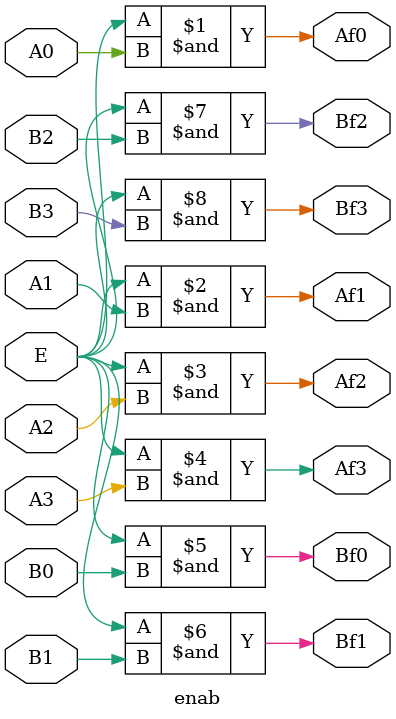
<source format=v>
module enab(Af0,Af1,Af2,Af3,Bf0,Bf1,Bf2,Bf3,A0,A1,A2,A3,B0,B1,B2,B3,E);
    input E,A0,A1,A2,A3,B0,B1,B2,B3;
    output Af0,Af1,Af2,Af3,Bf0,Bf1,Bf2,Bf3;
    and G1(Af0,E,A0);
    and G2(Af1,E,A1);
    and G3(Af2,E,A2);
    and G4(Af3,E,A3);
    and G5(Bf0,E,B0);
    and G6(Bf1,E,B1);
    and G7(Bf2,E,B2);
    and G8(Bf3,E,B3);
endmodule
</source>
